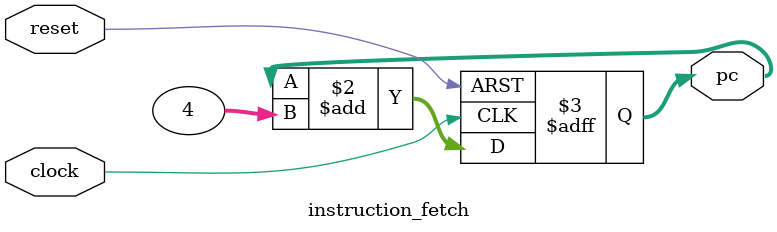
<source format=sv>
module instruction_fetch(
    input logic clock,
    input logic reset,
    output logic [31:0] pc
);

    always_ff @(posedge reset or posedge clock)
        if ( reset )
            pc <= 32'h0;
        else
            pc <= pc + 32'h4;

endmodule

</source>
